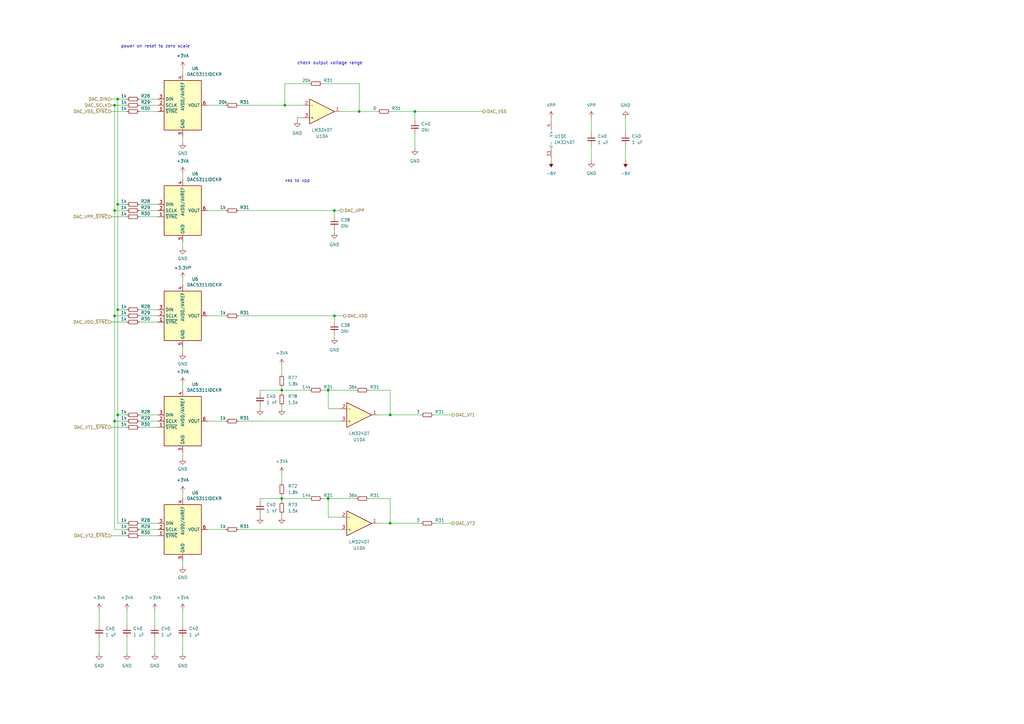
<source format=kicad_sch>
(kicad_sch (version 20230819) (generator eeschema)
  (paper "A3")
  (lib_symbols
    (symbol "Amplifier_Operational:LM324" (pin_names (offset 0.127))
      (property "Reference" "U" (at 0 5.08 0))
      (property "Value" "LM324" (at 0 -5.08 0))
      (symbol "LM324_1_1"
        (polyline (pts (xy -5.08 5.08) (xy 5.08 0) (xy -5.08 -5.08) (xy -5.08 5.08)) (stroke (width 0.254)) (fill (type background)))
        (pin output line (at 7.62 0 180) (length 2.54) (name "~") (number "1"))
        (pin input line (at -7.62 -2.54 0) (length 2.54) (name "-") (number "2"))
        (pin input line (at -7.62 2.54 0) (length 2.54) (name "+") (number "3"))
      )
      (symbol "LM324_2_1"
        (polyline (pts (xy -5.08 5.08) (xy 5.08 0) (xy -5.08 -5.08) (xy -5.08 5.08)) (stroke (width 0.254)) (fill (type background)))
        (pin input line (at -7.62 2.54 0) (length 2.54) (name "+") (number "5"))
        (pin input line (at -7.62 -2.54 0) (length 2.54) (name "-") (number "6"))
        (pin output line (at 7.62 0 180) (length 2.54) (name "~") (number "7"))
      )
      (symbol "LM324_3_1"
        (polyline (pts (xy -5.08 5.08) (xy 5.08 0) (xy -5.08 -5.08) (xy -5.08 5.08)) (stroke (width 0.254)) (fill (type background)))
        (pin input line (at -7.62 2.54 0) (length 2.54) (name "+") (number "10"))
        (pin output line (at 7.62 0 180) (length 2.54) (name "~") (number "8"))
        (pin input line (at -7.62 -2.54 0) (length 2.54) (name "-") (number "9"))
      )
      (symbol "LM324_4_1"
        (polyline (pts (xy -5.08 5.08) (xy 5.08 0) (xy -5.08 -5.08) (xy -5.08 5.08)) (stroke (width 0.254)) (fill (type background)))
        (pin input line (at -7.62 2.54 0) (length 2.54) (name "+") (number "12"))
        (pin input line (at -7.62 -2.54 0) (length 2.54) (name "-") (number "13"))
        (pin output line (at 7.62 0 180) (length 2.54) (name "~") (number "14"))
      )
      (symbol "LM324_5_1"
        (pin power_in line (at -2.54 -7.62 90) (length 3.81) (name "V-") (number "11"))
        (pin power_in line (at -2.54 7.62 270) (length 3.81) (name "V+") (number "4"))
      )
    )
    (symbol "Analog_DAC:DAC5311xDCK"
      (property "Reference" "U" (at -7.62 11.43 0))
      (property "Value" "DAC5311xDCK" (at 7.62 -11.43 0))
      (symbol "DAC5311xDCK_0_1"
        (rectangle (start -7.62 10.16) (end 7.62 -10.16) (stroke (width 0.254)) (fill (type background)))
      )
      (symbol "DAC5311xDCK_1_1"
        (pin input line (at -10.16 -2.54 0) (length 2.54) (name "~{SYNC}") (number "1"))
        (pin input line (at -10.16 0 0) (length 2.54) (name "SCLK") (number "2"))
        (pin input line (at -10.16 2.54 0) (length 2.54) (name "DIN") (number "3"))
        (pin power_in line (at 0 12.7 270) (length 2.54) (name "AVDD/AVREF") (number "4"))
        (pin power_in line (at 0 -12.7 90) (length 2.54) (name "GND") (number "5"))
        (pin output line (at 10.16 0 180) (length 2.54) (name "VOUT") (number "6"))
      )
    )
    (symbol "Device:C_Small" (pin_numbers hide) (pin_names (offset 0.254) hide)
      (property "Reference" "C" (at 0.254 1.778 0))
      (property "Value" "C_Small" (at 0.254 -2.032 0))
      (symbol "C_Small_0_1"
        (polyline (pts (xy -1.524 -0.508) (xy 1.524 -0.508)) (stroke (width 0.3302)))
        (polyline (pts (xy -1.524 0.508) (xy 1.524 0.508)) (stroke (width 0.3048)))
      )
      (symbol "C_Small_1_1"
        (pin passive line (at 0 2.54 270) (length 2.032) (name "~") (number "1"))
        (pin passive line (at 0 -2.54 90) (length 2.032) (name "~") (number "2"))
      )
    )
    (symbol "Device:R_Small" (pin_numbers hide) (pin_names (offset 0.254) hide)
      (property "Reference" "R" (at 0.762 0.508 0))
      (property "Value" "R_Small" (at 0.762 -1.016 0))
      (symbol "R_Small_0_1"
        (rectangle (start -0.762 1.778) (end 0.762 -1.778) (stroke (width 0.2032)))
      )
      (symbol "R_Small_1_1"
        (pin passive line (at 0 2.54 270) (length 0.762) (name "~") (number "1"))
        (pin passive line (at 0 -2.54 90) (length 0.762) (name "~") (number "2"))
      )
    )
    (symbol "power:+3.3VP" (power) (pin_names (offset 0))
      (property "Value" "+3.3VP" (at 0 2.54 0))
      (symbol "+3.3VP_0_0"
        (pin power_in line (at 0 0 90) (length 0) hide (name "+3.3VP") (number "1"))
      )
      (symbol "+3.3VP_0_1"
        (polyline (pts (xy -0.762 1.27) (xy 0 2.54)))
        (polyline (pts (xy 0 0) (xy 0 2.54)))
        (polyline (pts (xy 0 2.54) (xy 0.762 1.27)))
      )
    )
    (symbol "power:-6V" (power) (pin_names (offset 0))
      (property "Value" "-6V" (at 0 3.81 0))
      (symbol "-6V_0_0"
        (pin power_in line (at 0 0 90) (length 0) hide (name "-6V") (number "1"))
      )
      (symbol "-6V_0_1"
        (polyline (pts (xy 0 0) (xy 0 1.27) (xy 0.762 1.27) (xy 0 2.54) (xy -0.762 1.27) (xy 0 1.27)) (fill (type outline)))
      )
    )
    (symbol "power:GND" (power) (pin_names (offset 0))
      (property "Value" "GND" (at 0 -3.81 0))
      (symbol "GND_0_1"
        (polyline (pts (xy 0 0) (xy 0 -1.27) (xy 1.27 -1.27) (xy 0 -2.54) (xy -1.27 -1.27) (xy 0 -1.27)))
      )
      (symbol "GND_1_1"
        (pin power_in line (at 0 0 270) (length 0) hide (name "GND") (number "1"))
      )
    )
    (symbol "power:VPP" (power) (pin_names (offset 0))
      (property "Value" "VPP" (at 0 3.81 0))
      (symbol "VPP_0_1"
        (polyline (pts (xy -0.762 1.27) (xy 0 2.54)))
        (polyline (pts (xy 0 0) (xy 0 2.54)))
        (polyline (pts (xy 0 2.54) (xy 0.762 1.27)))
      )
      (symbol "VPP_1_1"
        (pin power_in line (at 0 0 90) (length 0) hide (name "VPP") (number "1"))
      )
    )
  )
  (junction (at 115.57 204.47))
  (junction (at 46.99 86.36))
  (junction (at 134.62 160.02))
  (junction (at 134.62 204.47))
  (junction (at 46.99 129.54))
  (junction (at 46.99 43.18))
  (junction (at 147.32 45.72))
  (junction (at 48.26 127))
  (junction (at 115.57 160.02))
  (junction (at 48.26 40.64))
  (junction (at 46.99 172.72))
  (junction (at 137.16 86.36))
  (junction (at 116.84 43.18))
  (junction (at 48.26 170.18))
  (junction (at 48.26 83.82))
  (junction (at 170.18 45.72))
  (junction (at 160.02 170.18))
  (junction (at 137.16 129.54))
  (junction (at 160.02 214.63))
  (wire (pts (xy 64.77 175.26) (xy 57.15 175.26)))
  (wire (pts (xy 64.77 127) (xy 57.15 127)))
  (wire (pts (xy 134.62 160.02) (xy 146.05 160.02)))
  (wire (pts (xy 177.8 170.18) (xy 185.42 170.18)))
  (wire (pts (xy 127 34.29) (xy 116.84 34.29)))
  (wire (pts (xy 46.99 43.18) (xy 46.99 86.36)))
  (wire (pts (xy 74.93 250.19) (xy 74.93 256.54)))
  (wire (pts (xy 106.68 161.29) (xy 106.68 160.02)))
  (wire (pts (xy 52.07 86.36) (xy 46.99 86.36)))
  (wire (pts (xy 64.77 86.36) (xy 57.15 86.36)))
  (wire (pts (xy 48.26 40.64) (xy 45.72 40.64)))
  (wire (pts (xy 74.93 229.87) (xy 74.93 232.41)))
  (wire (pts (xy 134.62 167.64) (xy 134.62 160.02)))
  (wire (pts (xy 242.57 48.26) (xy 242.57 54.61)))
  (wire (pts (xy 256.54 59.69) (xy 256.54 66.04)))
  (wire (pts (xy 46.99 172.72) (xy 46.99 217.17)))
  (wire (pts (xy 226.06 64.77) (xy 226.06 66.04)))
  (wire (pts (xy 139.7 167.64) (xy 134.62 167.64)))
  (wire (pts (xy 115.57 158.75) (xy 115.57 160.02)))
  (wire (pts (xy 52.07 43.18) (xy 46.99 43.18)))
  (wire (pts (xy 48.26 83.82) (xy 48.26 127)))
  (wire (pts (xy 52.07 217.17) (xy 46.99 217.17)))
  (wire (pts (xy 74.93 114.3) (xy 74.93 116.84)))
  (wire (pts (xy 74.93 185.42) (xy 74.93 187.96)))
  (wire (pts (xy 92.71 129.54) (xy 85.09 129.54)))
  (wire (pts (xy 40.64 250.19) (xy 40.64 256.54)))
  (wire (pts (xy 115.57 160.02) (xy 127 160.02)))
  (wire (pts (xy 64.77 45.72) (xy 57.15 45.72)))
  (wire (pts (xy 137.16 93.98) (xy 137.16 95.25)))
  (wire (pts (xy 48.26 40.64) (xy 48.26 83.82)))
  (wire (pts (xy 63.5 250.19) (xy 63.5 256.54)))
  (wire (pts (xy 46.99 86.36) (xy 46.99 129.54)))
  (wire (pts (xy 74.93 261.62) (xy 74.93 267.97)))
  (wire (pts (xy 52.07 88.9) (xy 45.72 88.9)))
  (wire (pts (xy 64.77 40.64) (xy 57.15 40.64)))
  (wire (pts (xy 52.07 175.26) (xy 45.72 175.26)))
  (wire (pts (xy 52.07 127) (xy 48.26 127)))
  (wire (pts (xy 74.93 27.94) (xy 74.93 30.48)))
  (wire (pts (xy 74.93 71.12) (xy 74.93 73.66)))
  (wire (pts (xy 115.57 149.86) (xy 115.57 153.67)))
  (wire (pts (xy 160.02 214.63) (xy 154.94 214.63)))
  (wire (pts (xy 48.26 170.18) (xy 48.26 214.63)))
  (wire (pts (xy 64.77 88.9) (xy 57.15 88.9)))
  (wire (pts (xy 170.18 45.72) (xy 170.18 49.53)))
  (wire (pts (xy 74.93 157.48) (xy 74.93 160.02)))
  (wire (pts (xy 121.92 48.26) (xy 121.92 49.53)))
  (wire (pts (xy 64.77 214.63) (xy 57.15 214.63)))
  (wire (pts (xy 92.71 43.18) (xy 85.09 43.18)))
  (wire (pts (xy 97.79 43.18) (xy 116.84 43.18)))
  (wire (pts (xy 132.08 160.02) (xy 134.62 160.02)))
  (wire (pts (xy 160.02 45.72) (xy 170.18 45.72)))
  (wire (pts (xy 40.64 261.62) (xy 40.64 267.97)))
  (wire (pts (xy 137.16 137.16) (xy 137.16 138.43)))
  (wire (pts (xy 64.77 43.18) (xy 57.15 43.18)))
  (wire (pts (xy 147.32 45.72) (xy 154.94 45.72)))
  (wire (pts (xy 106.68 166.37) (xy 106.68 167.64)))
  (wire (pts (xy 52.07 83.82) (xy 48.26 83.82)))
  (wire (pts (xy 92.71 217.17) (xy 85.09 217.17)))
  (wire (pts (xy 160.02 204.47) (xy 160.02 214.63)))
  (wire (pts (xy 106.68 204.47) (xy 115.57 204.47)))
  (wire (pts (xy 63.5 261.62) (xy 63.5 267.97)))
  (wire (pts (xy 52.07 170.18) (xy 48.26 170.18)))
  (wire (pts (xy 52.07 132.08) (xy 45.72 132.08)))
  (wire (pts (xy 124.46 48.26) (xy 121.92 48.26)))
  (wire (pts (xy 170.18 45.72) (xy 198.12 45.72)))
  (wire (pts (xy 137.16 86.36) (xy 139.7 86.36)))
  (wire (pts (xy 147.32 45.72) (xy 139.7 45.72)))
  (wire (pts (xy 52.07 45.72) (xy 45.72 45.72)))
  (wire (pts (xy 115.57 204.47) (xy 127 204.47)))
  (wire (pts (xy 137.16 129.54) (xy 137.16 132.08)))
  (wire (pts (xy 132.08 34.29) (xy 147.32 34.29)))
  (wire (pts (xy 137.16 86.36) (xy 137.16 88.9)))
  (wire (pts (xy 64.77 172.72) (xy 57.15 172.72)))
  (wire (pts (xy 52.07 250.19) (xy 52.07 256.54)))
  (wire (pts (xy 64.77 83.82) (xy 57.15 83.82)))
  (wire (pts (xy 92.71 172.72) (xy 85.09 172.72)))
  (wire (pts (xy 242.57 59.69) (xy 242.57 66.04)))
  (wire (pts (xy 160.02 214.63) (xy 172.72 214.63)))
  (wire (pts (xy 115.57 204.47) (xy 115.57 205.74)))
  (wire (pts (xy 115.57 160.02) (xy 115.57 161.29)))
  (wire (pts (xy 74.93 142.24) (xy 74.93 144.78)))
  (wire (pts (xy 116.84 43.18) (xy 124.46 43.18)))
  (wire (pts (xy 115.57 166.37) (xy 115.57 167.64)))
  (wire (pts (xy 46.99 129.54) (xy 46.99 172.72)))
  (wire (pts (xy 74.93 201.93) (xy 74.93 204.47)))
  (wire (pts (xy 48.26 127) (xy 48.26 170.18)))
  (wire (pts (xy 97.79 129.54) (xy 137.16 129.54)))
  (wire (pts (xy 106.68 205.74) (xy 106.68 204.47)))
  (wire (pts (xy 97.79 172.72) (xy 139.7 172.72)))
  (wire (pts (xy 52.07 40.64) (xy 48.26 40.64)))
  (wire (pts (xy 106.68 210.82) (xy 106.68 212.09)))
  (wire (pts (xy 97.79 217.17) (xy 139.7 217.17)))
  (wire (pts (xy 64.77 132.08) (xy 57.15 132.08)))
  (wire (pts (xy 134.62 212.09) (xy 134.62 204.47)))
  (wire (pts (xy 256.54 48.26) (xy 256.54 54.61)))
  (wire (pts (xy 137.16 129.54) (xy 140.97 129.54)))
  (wire (pts (xy 52.07 261.62) (xy 52.07 267.97)))
  (wire (pts (xy 74.93 55.88) (xy 74.93 58.42)))
  (wire (pts (xy 147.32 34.29) (xy 147.32 45.72)))
  (wire (pts (xy 52.07 214.63) (xy 48.26 214.63)))
  (wire (pts (xy 116.84 34.29) (xy 116.84 43.18)))
  (wire (pts (xy 132.08 204.47) (xy 134.62 204.47)))
  (wire (pts (xy 170.18 54.61) (xy 170.18 60.96)))
  (wire (pts (xy 74.93 99.06) (xy 74.93 101.6)))
  (wire (pts (xy 64.77 219.71) (xy 57.15 219.71)))
  (wire (pts (xy 160.02 160.02) (xy 160.02 170.18)))
  (wire (pts (xy 160.02 170.18) (xy 154.94 170.18)))
  (wire (pts (xy 134.62 204.47) (xy 146.05 204.47)))
  (wire (pts (xy 92.71 86.36) (xy 85.09 86.36)))
  (wire (pts (xy 151.13 160.02) (xy 160.02 160.02)))
  (wire (pts (xy 106.68 160.02) (xy 115.57 160.02)))
  (wire (pts (xy 139.7 212.09) (xy 134.62 212.09)))
  (wire (pts (xy 52.07 219.71) (xy 45.72 219.71)))
  (wire (pts (xy 151.13 204.47) (xy 160.02 204.47)))
  (wire (pts (xy 160.02 170.18) (xy 172.72 170.18)))
  (wire (pts (xy 115.57 203.2) (xy 115.57 204.47)))
  (wire (pts (xy 52.07 129.54) (xy 46.99 129.54)))
  (wire (pts (xy 46.99 172.72) (xy 52.07 172.72)))
  (wire (pts (xy 46.99 43.18) (xy 45.72 43.18)))
  (wire (pts (xy 64.77 129.54) (xy 57.15 129.54)))
  (wire (pts (xy 64.77 217.17) (xy 57.15 217.17)))
  (wire (pts (xy 115.57 194.31) (xy 115.57 198.12)))
  (wire (pts (xy 64.77 170.18) (xy 57.15 170.18)))
  (wire (pts (xy 177.8 214.63) (xy 185.42 214.63)))
  (wire (pts (xy 115.57 210.82) (xy 115.57 212.09)))
  (wire (pts (xy 97.79 86.36) (xy 137.16 86.36)))
  (wire (pts (xy 226.06 48.26) (xy 226.06 49.53)))
  (text "check output voltage range" (at 121.92 26.67 0) (effects (font (size 1.27 1.27)) (justify left bottom)))
  (text "vss to vpp" (at 116.84 74.93 0) (effects (font (size 1.27 1.27)) (justify left bottom)))
  (text "power on reset to zero scale" (at 63.754 19.05 0) (effects (font (size 1.27 1.27))))
  (hierarchical_label "DAC_SCLK" (shape input) (at 45.72 43.18 180))
  (hierarchical_label "DAC_VPP_~{SYNC}" (shape input) (at 45.72 88.9 180))
  (hierarchical_label "DAC_VDD_~{SYNC}" (shape input) (at 45.72 132.08 180))
  (hierarchical_label "DAC_VT1" (shape output) (at 185.42 170.18 0))
  (hierarchical_label "DAC_VDD" (shape output) (at 140.97 129.54 0))
  (hierarchical_label "DAC_DIN" (shape input) (at 45.72 40.64 180))
  (hierarchical_label "DAC_VPP" (shape output) (at 139.7 86.36 0))
  (hierarchical_label "DAC_VSS_~{SYNC}" (shape input) (at 45.72 45.72 180))
  (hierarchical_label "DAC_VSS" (shape output) (at 198.12 45.72 0))
  (hierarchical_label "DAC_VT1_~{SYNC}" (shape input) (at 45.72 175.26 180))
  (hierarchical_label "DAC_VT2" (shape output) (at 185.42 214.63 0))
  (hierarchical_label "DAC_VT2_~{SYNC}" (shape input) (at 45.72 219.71 180))
  (symbol (lib_id "Device:R_Small") (at 157.48 45.72 90) (mirror x) (unit 1)
    (property "Reference" "R31" (at 162.56 44.45 90))
    (property "Value" "0" (at 153.67 44.45 90))
    (instances (project "bias_controller" (path "" (reference "R31") (unit 1)) (path "" (reference "R71") (unit 1))))
  )
  (symbol (lib_id "Device:C_Small") (at 106.68 208.28 0) (unit 1)
    (property "Reference" "C40" (at 109.22 207.0162 0) (effects (justify left)))
    (property "Value" "1 nF" (at 109.22 209.5562 0) (effects (justify left)))
    (property "Description" "Unpolarized capacitor, small symbol" (effects hide))
    (instances (project "bias_controller" (path "" (reference "C40") (unit 1)) (path "" (reference "C52") (unit 1))))
  )
  (symbol (lib_id "Device:R_Small") (at 54.61 45.72 90) (mirror x) (unit 1)
    (property "Reference" "R30" (at 59.69 44.45 90))
    (property "Value" "1k" (at 50.8 44.45 90))
  )
  (symbol (lib_id "power:GND") (at 106.68 212.09 0) (unit 1)
    (property "Reference" "#PWR0129" (effects hide))
    (property "Value" "GND" (effects hide))
    (property "Description" "Power symbol creates a global label with name \"GND\" , ground" (effects hide))
  )
  (symbol (lib_id "power:GND") (at 74.93 144.78 0) (unit 1)
    (property "Reference" "#PWR050" (effects hide))
    (property "Value" "GND" (at 74.93 149.225 0))
    (instances (project "bias_controller" (path "" (reference "#PWR050") (unit 1)) (path "" (reference "#PWR057") (unit 1))))
  )
  (symbol (lib_id "Device:R_Small") (at 148.59 160.02 90) (mirror x) (unit 1)
    (property "Reference" "R31" (at 153.67 158.75 90))
    (property "Value" "36k" (at 144.78 158.75 90))
    (instances (project "bias_controller" (path "" (reference "R31") (unit 1)) (path "" (reference "R80") (unit 1))))
  )
  (symbol (lib_id "Device:C_Small") (at 256.54 57.15 0) (unit 1)
    (property "Reference" "C40" (at 259.08 55.8862 0) (effects (justify left)))
    (property "Value" "1 uF" (at 259.08 58.4262 0) (effects (justify left)))
    (property "Description" "Unpolarized capacitor, small symbol" (effects hide))
    (instances (project "bias_controller" (path "" (reference "C40") (unit 1)) (path "" (reference "C50") (unit 1))))
  )
  (symbol (lib_id "power:-6V") (at 226.06 66.04 180) (unit 1)
    (property "Reference" "#PWR055" (effects hide))
    (property "Value" "-6V" (at 226.06 71.12 0))
    (instances (project "bias_controller" (path "" (reference "#PWR055") (unit 1)) (path "" (reference "#PWR062") (unit 1))))
  )
  (symbol (lib_id "Device:R_Small") (at 54.61 219.71 90) (mirror x) (unit 1)
    (property "Reference" "R30" (at 59.69 218.44 90))
    (property "Value" "1k" (at 50.8 218.44 90))
    (instances (project "bias_controller" (path "" (reference "R30") (unit 1)) (path "" (reference "R45") (unit 1))))
  )
  (symbol (lib_id "Device:R_Small") (at 175.26 214.63 90) (mirror x) (unit 1)
    (property "Reference" "R31" (at 180.34 213.36 90))
    (property "Value" "3" (at 171.45 213.36 90))
    (instances (project "bias_controller" (path "" (reference "R31") (unit 1)) (path "" (reference "R76") (unit 1))))
  )
  (symbol (lib_id "power:GND") (at 115.57 167.64 0) (unit 1)
    (property "Reference" "#PWR0132" (effects hide))
    (property "Value" "GND" (effects hide))
    (property "Description" "Power symbol creates a global label with name \"GND\" , ground" (effects hide))
  )
  (symbol (lib_id "Device:R_Small") (at 54.61 40.64 90) (mirror x) (unit 1)
    (property "Reference" "R28" (at 59.69 39.37 90))
    (property "Value" "1k" (at 50.8 39.37 90))
  )
  (symbol (lib_id "power:GND") (at 242.57 66.04 0) (unit 1)
    (property "Reference" "#PWR098" (effects hide))
    (property "Value" "GND" (at 242.57 71.12 0))
    (property "Description" "Power symbol creates a global label with name \"GND\" , ground" (effects hide))
    (instances (project "bias_controller" (path "" (reference "#PWR098") (unit 1)) (path "" (reference "#PWR0123") (unit 1))))
  )
  (symbol (lib_id "Device:R_Small") (at 95.25 217.17 90) (mirror x) (unit 1)
    (property "Reference" "R31" (at 100.33 215.9 90))
    (property "Value" "1k" (at 91.44 215.9 90))
    (instances (project "bias_controller" (path "" (reference "R31") (unit 1)) (path "" (reference "R46") (unit 1))))
  )
  (symbol (lib_id "power:+3.3VP") (at 115.57 194.31 0) (unit 1)
    (property "Reference" "#PWR016" (effects hide))
    (property "Value" "+3VA" (at 115.57 189.23 0))
    (instances (project "bias_controller" (path "" (reference "#PWR016") (unit 1)) (path "" (reference "#PWR094") (unit 1)) (path "" (reference "#PWR0127") (unit 1))))
  )
  (symbol (lib_id "Device:R_Small") (at 95.25 172.72 90) (mirror x) (unit 1)
    (property "Reference" "R31" (at 100.33 171.45 90))
    (property "Value" "1k" (at 91.44 171.45 90))
    (instances (project "bias_controller" (path "" (reference "R31") (unit 1)) (path "" (reference "R42") (unit 1))))
  )
  (symbol (lib_id "power:GND") (at 115.57 212.09 0) (unit 1)
    (property "Reference" "#PWR0128" (effects hide))
    (property "Value" "GND" (effects hide))
    (property "Description" "Power symbol creates a global label with name \"GND\" , ground" (effects hide))
  )
  (symbol (lib_id "Device:R_Small") (at 54.61 170.18 90) (mirror x) (unit 1)
    (property "Reference" "R28" (at 59.69 168.91 90))
    (property "Value" "1k" (at 50.8 168.91 90))
    (instances (project "bias_controller" (path "" (reference "R28") (unit 1)) (path "" (reference "R39") (unit 1))))
  )
  (symbol (lib_id "Analog_DAC:DAC5311xDCK") (at 74.93 43.18 0) (unit 1)
    (property "Reference" "U6" (at 80.01 28.1021 0))
    (property "Value" "DAC5311IDCKR" (at 83.82 30.48 0))
    (property "Footprint" "Package_TO_SOT_SMD:SOT-363_SC-70-6" (effects hide))
    (property "Datasheet" "https://www.ti.com/lit/ds/symlink/dac5311.pdf" (effects hide))
    (instances (project "bias_controller" (path "" (reference "U6") (unit 1)) (path "" (reference "U4") (unit 1))))
  )
  (symbol (lib_id "Device:R_Small") (at 54.61 217.17 90) (mirror x) (unit 1)
    (property "Reference" "R29" (at 59.69 215.9 90))
    (property "Value" "1k" (at 50.8 215.9 90))
    (instances (project "bias_controller" (path "" (reference "R29") (unit 1)) (path "" (reference "R44") (unit 1))))
  )
  (symbol (lib_id "Device:R_Small") (at 129.54 160.02 90) (mirror x) (unit 1)
    (property "Reference" "R31" (at 134.62 158.75 90))
    (property "Value" "14k" (at 125.73 158.75 90))
    (instances (project "bias_controller" (path "" (reference "R31") (unit 1)) (path "" (reference "R79") (unit 1))))
  )
  (symbol (lib_id "Device:R_Small") (at 95.25 86.36 90) (mirror x) (unit 1)
    (property "Reference" "R31" (at 100.33 85.09 90))
    (property "Value" "1k" (at 91.44 85.09 90))
    (instances (project "bias_controller" (path "" (reference "R31") (unit 1)) (path "" (reference "R34") (unit 1))))
  )
  (symbol (lib_id "Device:C_Small") (at 137.16 91.44 0) (unit 1)
    (property "Reference" "C38" (at 139.7 90.1762 0) (effects (justify left)))
    (property "Value" "DNI" (at 139.7 92.7162 0) (effects (justify left)))
    (property "Description" "Unpolarized capacitor, small symbol" (effects hide))
    (instances (project "bias_controller" (path "" (reference "C38") (unit 1)) (path "" (reference "C64") (unit 1))))
  )
  (symbol (lib_id "Device:C_Small") (at 137.16 134.62 0) (unit 1)
    (property "Reference" "C38" (at 139.7 133.3562 0) (effects (justify left)))
    (property "Value" "DNI" (at 139.7 135.8962 0) (effects (justify left)))
    (property "Description" "Unpolarized capacitor, small symbol" (effects hide))
    (instances (project "bias_controller" (path "" (reference "C38") (unit 1)) (path "" (reference "C63") (unit 1))))
  )
  (symbol (lib_id "Amplifier_Operational:LM324") (at 147.32 170.18 0) (mirror x) (unit 1)
    (property "Reference" "U10" (at 147.32 180.34 0))
    (property "Value" "LM324DT" (at 147.32 177.8 0))
    (property "Footprint" "Package_SO:SO-14_3.9x8.65mm_P1.27mm" (effects hide))
    (property "Datasheet" "http://www.ti.com/lit/ds/symlink/lm2902-n.pdf" (effects hide))
    (instances (project "bias_controller" (path "" (reference "U10") (unit 1)) (path "" (reference "U20") (unit 1))))
  )
  (symbol (lib_id "Device:C_Small") (at 170.18 52.07 0) (unit 1)
    (property "Reference" "C40" (at 172.72 50.8062 0) (effects (justify left)))
    (property "Value" "DNI" (at 172.72 53.3462 0) (effects (justify left)))
    (property "Description" "Unpolarized capacitor, small symbol" (effects hide))
    (instances (project "bias_controller" (path "" (reference "C40") (unit 1)) (path "" (reference "C51") (unit 1))))
  )
  (symbol (lib_id "power:GND") (at 74.93 58.42 0) (unit 1)
    (property "Reference" "#PWR050" (effects hide))
    (property "Value" "GND" (at 74.93 62.865 0))
  )
  (symbol (lib_id "power:VPP") (at 242.57 48.26 0) (unit 1)
    (property "Reference" "#PWR023" (effects hide))
    (property "Value" "VPP" (at 242.57 43.18 0))
    (instances (project "bias_controller" (path "" (reference "#PWR023") (unit 1)) (path "" (reference "#PWR0122") (unit 1))))
  )
  (symbol (lib_id "Amplifier_Operational:LM324") (at 132.08 45.72 0) (mirror x) (unit 1)
    (property "Reference" "U10" (at 132.08 55.88 0))
    (property "Value" "LM324DT" (at 132.08 53.34 0))
    (property "Footprint" "Package_SO:SO-14_3.9x8.65mm_P1.27mm" (effects hide))
    (property "Datasheet" "http://www.ti.com/lit/ds/symlink/lm2902-n.pdf" (effects hide))
  )
  (symbol (lib_id "Device:C_Small") (at 74.93 259.08 0) (unit 1)
    (property "Reference" "C40" (at 77.47 257.8162 0) (effects (justify left)))
    (property "Value" "1 uF" (at 77.47 260.3562 0) (effects (justify left)))
    (property "Description" "Unpolarized capacitor, small symbol" (effects hide))
    (instances (project "bias_controller" (path "" (reference "C40") (unit 1)) (path "" (reference "C48") (unit 1))))
  )
  (symbol (lib_id "power:GND") (at 74.93 267.97 0) (unit 1)
    (property "Reference" "#PWR098" (effects hide))
    (property "Value" "GND" (at 74.93 273.05 0))
    (property "Description" "Power symbol creates a global label with name \"GND\" , ground" (effects hide))
    (instances (project "bias_controller" (path "" (reference "#PWR098") (unit 1)) (path "" (reference "#PWR0117") (unit 1))))
  )
  (symbol (lib_id "power:GND") (at 256.54 48.26 180) (unit 1)
    (property "Reference" "#PWR098" (effects hide))
    (property "Value" "GND" (at 256.54 43.18 0))
    (property "Description" "Power symbol creates a global label with name \"GND\" , ground" (effects hide))
    (instances (project "bias_controller" (path "" (reference "#PWR098") (unit 1)) (path "" (reference "#PWR0124") (unit 1))))
  )
  (symbol (lib_id "power:+3.3VP") (at 74.93 114.3 0) (unit 1)
    (property "Reference" "#PWR051" (effects hide))
    (property "Value" "+3.3VP" (at 74.93 109.855 0))
    (instances (project "bias_controller" (path "" (reference "#PWR051") (unit 1)) (path "" (reference "#PWR056") (unit 1))))
  )
  (symbol (lib_id "power:GND") (at 40.64 267.97 0) (unit 1)
    (property "Reference" "#PWR098" (effects hide))
    (property "Value" "GND" (at 40.64 273.05 0))
    (property "Description" "Power symbol creates a global label with name \"GND\" , ground" (effects hide))
    (instances (project "bias_controller" (path "" (reference "#PWR098") (unit 1)) (path "" (reference "#PWR0111") (unit 1))))
  )
  (symbol (lib_id "power:+3.3VP") (at 74.93 201.93 0) (unit 1)
    (property "Reference" "#PWR016" (effects hide))
    (property "Value" "+3VA" (at 74.93 196.85 0))
    (instances (project "bias_controller" (path "" (reference "#PWR016") (unit 1)) (path "" (reference "#PWR094") (unit 1)) (path "" (reference "#PWR058") (unit 1))))
  )
  (symbol (lib_id "power:GND") (at 74.93 187.96 0) (unit 1)
    (property "Reference" "#PWR050" (effects hide))
    (property "Value" "GND" (at 74.93 192.405 0))
    (instances (project "bias_controller" (path "" (reference "#PWR050") (unit 1)) (path "" (reference "#PWR059") (unit 1))))
  )
  (symbol (lib_id "Device:C_Small") (at 106.68 163.83 0) (unit 1)
    (property "Reference" "C40" (at 109.22 162.5662 0) (effects (justify left)))
    (property "Value" "1 nF" (at 109.22 165.1062 0) (effects (justify left)))
    (property "Description" "Unpolarized capacitor, small symbol" (effects hide))
    (instances (project "bias_controller" (path "" (reference "C40") (unit 1)) (path "" (reference "C53") (unit 1))))
  )
  (symbol (lib_id "Device:R_Small") (at 129.54 204.47 90) (mirror x) (unit 1)
    (property "Reference" "R31" (at 134.62 203.2 90))
    (property "Value" "14k" (at 125.73 203.2 90))
    (instances (project "bias_controller" (path "" (reference "R31") (unit 1)) (path "" (reference "R75") (unit 1))))
  )
  (symbol (lib_id "Device:R_Small") (at 115.57 163.83 0) (unit 1)
    (property "Reference" "R78" (at 118.11 162.5599 0) (effects (justify left)))
    (property "Value" "1.5k" (at 118.11 165.0999 0) (effects (justify left)))
    (property "Description" "Resistor, small symbol" (effects hide))
  )
  (symbol (lib_id "Device:R_Small") (at 148.59 204.47 90) (mirror x) (unit 1)
    (property "Reference" "R31" (at 153.67 203.2 90))
    (property "Value" "36k" (at 144.78 203.2 90))
    (instances (project "bias_controller" (path "" (reference "R31") (unit 1)) (path "" (reference "R74") (unit 1))))
  )
  (symbol (lib_id "Analog_DAC:DAC5311xDCK") (at 74.93 129.54 0) (unit 1)
    (property "Reference" "U6" (at 80.01 114.4621 0))
    (property "Value" "DAC5311IDCKR" (at 83.82 116.84 0))
    (property "Footprint" "Package_TO_SOT_SMD:SOT-363_SC-70-6" (effects hide))
    (property "Datasheet" "https://www.ti.com/lit/ds/symlink/dac5311.pdf" (effects hide))
  )
  (symbol (lib_id "power:+3.3VP") (at 115.57 149.86 0) (unit 1)
    (property "Reference" "#PWR016" (effects hide))
    (property "Value" "+3VA" (at 115.57 144.78 0))
    (instances (project "bias_controller" (path "" (reference "#PWR016") (unit 1)) (path "" (reference "#PWR094") (unit 1)) (path "" (reference "#PWR0131") (unit 1))))
  )
  (symbol (lib_id "Device:R_Small") (at 115.57 200.66 0) (unit 1)
    (property "Reference" "R72" (at 118.11 199.3899 0) (effects (justify left)))
    (property "Value" "1.8k" (at 118.11 201.9299 0) (effects (justify left)))
    (property "Description" "Resistor, small symbol" (effects hide))
  )
  (symbol (lib_id "power:GND") (at 74.93 101.6 0) (unit 1)
    (property "Reference" "#PWR050" (effects hide))
    (property "Value" "GND" (at 74.93 106.045 0))
    (instances (project "bias_controller" (path "" (reference "#PWR050") (unit 1)) (path "" (reference "#PWR054") (unit 1))))
  )
  (symbol (lib_id "power:+3.3VP") (at 63.5 250.19 0) (unit 1)
    (property "Reference" "#PWR016" (effects hide))
    (property "Value" "+3VA" (at 63.5 245.11 0))
    (instances (project "bias_controller" (path "" (reference "#PWR016") (unit 1)) (path "" (reference "#PWR094") (unit 1)) (path "" (reference "#PWR0114") (unit 1))))
  )
  (symbol (lib_id "power:GND") (at 63.5 267.97 0) (unit 1)
    (property "Reference" "#PWR098" (effects hide))
    (property "Value" "GND" (at 63.5 273.05 0))
    (property "Description" "Power symbol creates a global label with name \"GND\" , ground" (effects hide))
    (instances (project "bias_controller" (path "" (reference "#PWR098") (unit 1)) (path "" (reference "#PWR0115") (unit 1))))
  )
  (symbol (lib_id "Device:R_Small") (at 54.61 88.9 90) (mirror x) (unit 1)
    (property "Reference" "R30" (at 59.69 87.63 90))
    (property "Value" "1k" (at 50.8 87.63 90))
    (instances (project "bias_controller" (path "" (reference "R30") (unit 1)) (path "" (reference "R33") (unit 1))))
  )
  (symbol (lib_id "power:GND") (at 121.92 49.53 0) (unit 1)
    (property "Reference" "#PWR0121" (effects hide))
    (property "Value" "GND" (at 121.92 54.61 0))
    (property "Description" "Power symbol creates a global label with name \"GND\" , ground" (effects hide))
  )
  (symbol (lib_id "Amplifier_Operational:LM324") (at 147.32 214.63 0) (mirror x) (unit 1)
    (property "Reference" "U10" (at 147.32 224.79 0))
    (property "Value" "LM324DT" (at 147.32 222.25 0))
    (property "Footprint" "Package_SO:SO-14_3.9x8.65mm_P1.27mm" (effects hide))
    (property "Datasheet" "http://www.ti.com/lit/ds/symlink/lm2902-n.pdf" (effects hide))
    (instances (project "bias_controller" (path "" (reference "U10") (unit 1)) (path "" (reference "U19") (unit 1))))
  )
  (symbol (lib_id "power:VPP") (at 226.06 48.26 0) (unit 1)
    (property "Reference" "#PWR023" (effects hide))
    (property "Value" "VPP" (at 226.06 43.18 0))
    (instances (project "bias_controller" (path "" (reference "#PWR023") (unit 1)) (path "" (reference "#PWR063") (unit 1))))
  )
  (symbol (lib_id "power:+3.3VP") (at 52.07 250.19 0) (unit 1)
    (property "Reference" "#PWR016" (effects hide))
    (property "Value" "+3VA" (at 52.07 245.11 0))
    (instances (project "bias_controller" (path "" (reference "#PWR016") (unit 1)) (path "" (reference "#PWR094") (unit 1)) (path "" (reference "#PWR0112") (unit 1))))
  )
  (symbol (lib_id "Device:C_Small") (at 40.64 259.08 0) (unit 1)
    (property "Reference" "C40" (at 43.18 257.8162 0) (effects (justify left)))
    (property "Value" "1 uF" (at 43.18 260.3562 0) (effects (justify left)))
    (property "Description" "Unpolarized capacitor, small symbol" (effects hide))
    (instances (project "bias_controller" (path "" (reference "C40") (unit 1)) (path "" (reference "C45") (unit 1))))
  )
  (symbol (lib_id "Device:R_Small") (at 129.54 34.29 90) (mirror x) (unit 1)
    (property "Reference" "R31" (at 134.62 33.02 90))
    (property "Value" "20k" (at 125.73 33.02 90))
    (instances (project "bias_controller" (path "" (reference "R31") (unit 1)) (path "" (reference "R70") (unit 1))))
  )
  (symbol (lib_id "power:+3.3VP") (at 74.93 71.12 0) (unit 1)
    (property "Reference" "#PWR016" (effects hide))
    (property "Value" "+3VA" (at 74.93 66.04 0))
    (instances (project "bias_controller" (path "" (reference "#PWR016") (unit 1)) (path "" (reference "#PWR094") (unit 1)) (path "" (reference "#PWR045") (unit 1))))
  )
  (symbol (lib_id "Device:R_Small") (at 54.61 214.63 90) (mirror x) (unit 1)
    (property "Reference" "R28" (at 59.69 213.36 90))
    (property "Value" "1k" (at 50.8 213.36 90))
    (instances (project "bias_controller" (path "" (reference "R28") (unit 1)) (path "" (reference "R43") (unit 1))))
  )
  (symbol (lib_id "Analog_DAC:DAC5311xDCK") (at 74.93 86.36 0) (unit 1)
    (property "Reference" "U6" (at 80.01 71.2821 0))
    (property "Value" "DAC5311IDCKR" (at 83.82 73.66 0))
    (property "Footprint" "Package_TO_SOT_SMD:SOT-363_SC-70-6" (effects hide))
    (property "Datasheet" "https://www.ti.com/lit/ds/symlink/dac5311.pdf" (effects hide))
    (instances (project "bias_controller" (path "" (reference "U6") (unit 1)) (path "" (reference "U5") (unit 1))))
  )
  (symbol (lib_id "Device:R_Small") (at 54.61 86.36 90) (mirror x) (unit 1)
    (property "Reference" "R29" (at 59.69 85.09 90))
    (property "Value" "1k" (at 50.8 85.09 90))
    (instances (project "bias_controller" (path "" (reference "R29") (unit 1)) (path "" (reference "R32") (unit 1))))
  )
  (symbol (lib_id "Device:R_Small") (at 54.61 129.54 90) (mirror x) (unit 1)
    (property "Reference" "R29" (at 59.69 128.27 90))
    (property "Value" "1k" (at 50.8 128.27 90))
    (instances (project "bias_controller" (path "" (reference "R29") (unit 1)) (path "" (reference "R36") (unit 1))))
  )
  (symbol (lib_id "Device:R_Small") (at 115.57 208.28 0) (unit 1)
    (property "Reference" "R73" (at 118.11 207.0099 0) (effects (justify left)))
    (property "Value" "1.5k" (at 118.11 209.5499 0) (effects (justify left)))
    (property "Description" "Resistor, small symbol" (effects hide))
  )
  (symbol (lib_id "Device:R_Small") (at 54.61 172.72 90) (mirror x) (unit 1)
    (property "Reference" "R29" (at 59.69 171.45 90))
    (property "Value" "1k" (at 50.8 171.45 90))
    (instances (project "bias_controller" (path "" (reference "R29") (unit 1)) (path "" (reference "R40") (unit 1))))
  )
  (symbol (lib_id "Device:R_Small") (at 95.25 43.18 90) (mirror x) (unit 1)
    (property "Reference" "R31" (at 100.33 41.91 90))
    (property "Value" "20k" (at 91.44 41.91 90))
    (instances (project "bias_controller" (path "" (reference "R31") (unit 1)) (path "" (reference "R27") (unit 1))))
  )
  (symbol (lib_id "power:+3.3VP") (at 74.93 157.48 0) (unit 1)
    (property "Reference" "#PWR016" (effects hide))
    (property "Value" "+3VA" (at 74.93 152.4 0))
    (instances (project "bias_controller" (path "" (reference "#PWR016") (unit 1)) (path "" (reference "#PWR094") (unit 1)) (path "" (reference "#PWR051") (unit 1))))
  )
  (symbol (lib_id "Device:R_Small") (at 54.61 127 90) (mirror x) (unit 1)
    (property "Reference" "R28" (at 59.69 125.73 90))
    (property "Value" "1k" (at 50.8 125.73 90))
    (instances (project "bias_controller" (path "" (reference "R28") (unit 1)) (path "" (reference "R35") (unit 1))))
  )
  (symbol (lib_id "Device:R_Small") (at 175.26 170.18 90) (mirror x) (unit 1)
    (property "Reference" "R31" (at 180.34 168.91 90))
    (property "Value" "3" (at 171.45 168.91 90))
    (instances (project "bias_controller" (path "" (reference "R31") (unit 1)) (path "" (reference "R81") (unit 1))))
  )
  (symbol (lib_id "power:+3.3VP") (at 74.93 27.94 0) (unit 1)
    (property "Reference" "#PWR016" (effects hide))
    (property "Value" "+3VA" (at 74.93 22.86 0))
    (instances (project "bias_controller" (path "" (reference "#PWR016") (unit 1)) (path "" (reference "#PWR094") (unit 1)) (path "" (reference "#PWR096") (unit 1))))
  )
  (symbol (lib_id "Amplifier_Operational:LM324") (at 228.6 57.15 0) (unit 5)
    (property "Reference" "U10" (at 227.33 55.88 0) (effects (justify left)))
    (property "Value" "LM324DT" (at 227.33 58.42 0) (effects (justify left)))
    (property "Footprint" "Package_SO:SO-14_3.9x8.65mm_P1.27mm" (effects hide))
    (property "Datasheet" "http://www.ti.com/lit/ds/symlink/lm2902-n.pdf" (effects hide))
  )
  (symbol (lib_id "Analog_DAC:DAC5311xDCK") (at 74.93 217.17 0) (unit 1)
    (property "Reference" "U6" (at 80.01 202.0921 0))
    (property "Value" "DAC5311IDCKR" (at 83.82 204.47 0))
    (property "Footprint" "Package_TO_SOT_SMD:SOT-363_SC-70-6" (effects hide))
    (property "Datasheet" "https://www.ti.com/lit/ds/symlink/dac5311.pdf" (effects hide))
    (instances (project "bias_controller" (path "" (reference "U6") (unit 1)) (path "" (reference "U9") (unit 1))))
  )
  (symbol (lib_id "power:GND") (at 74.93 232.41 0) (unit 1)
    (property "Reference" "#PWR050" (effects hide))
    (property "Value" "GND" (at 74.93 236.855 0))
    (instances (project "bias_controller" (path "" (reference "#PWR050") (unit 1)) (path "" (reference "#PWR061") (unit 1))))
  )
  (symbol (lib_id "Device:R_Small") (at 54.61 175.26 90) (mirror x) (unit 1)
    (property "Reference" "R30" (at 59.69 173.99 90))
    (property "Value" "1k" (at 50.8 173.99 90))
    (instances (project "bias_controller" (path "" (reference "R30") (unit 1)) (path "" (reference "R41") (unit 1))))
  )
  (symbol (lib_id "Analog_DAC:DAC5311xDCK") (at 74.93 172.72 0) (unit 1)
    (property "Reference" "U6" (at 80.01 157.6421 0))
    (property "Value" "DAC5311IDCKR" (at 83.82 160.02 0))
    (property "Footprint" "Package_TO_SOT_SMD:SOT-363_SC-70-6" (effects hide))
    (property "Datasheet" "https://www.ti.com/lit/ds/symlink/dac5311.pdf" (effects hide))
    (instances (project "bias_controller" (path "" (reference "U6") (unit 1)) (path "" (reference "U8") (unit 1))))
  )
  (symbol (lib_id "power:+3.3VP") (at 74.93 250.19 0) (unit 1)
    (property "Reference" "#PWR016" (effects hide))
    (property "Value" "+3VA" (at 74.93 245.11 0))
    (instances (project "bias_controller" (path "" (reference "#PWR016") (unit 1)) (path "" (reference "#PWR094") (unit 1)) (path "" (reference "#PWR0116") (unit 1))))
  )
  (symbol (lib_id "Device:R_Small") (at 115.57 156.21 0) (unit 1)
    (property "Reference" "R77" (at 118.11 154.9399 0) (effects (justify left)))
    (property "Value" "1.8k" (at 118.11 157.4799 0) (effects (justify left)))
    (property "Description" "Resistor, small symbol" (effects hide))
  )
  (symbol (lib_id "power:GND") (at 106.68 167.64 0) (unit 1)
    (property "Reference" "#PWR0130" (effects hide))
    (property "Value" "GND" (effects hide))
    (property "Description" "Power symbol creates a global label with name \"GND\" , ground" (effects hide))
  )
  (symbol (lib_id "Device:R_Small") (at 54.61 83.82 90) (mirror x) (unit 1)
    (property "Reference" "R28" (at 59.69 82.55 90))
    (property "Value" "1k" (at 50.8 82.55 90))
    (instances (project "bias_controller" (path "" (reference "R28") (unit 1)) (path "" (reference "R31") (unit 1))))
  )
  (symbol (lib_id "power:+3.3VP") (at 40.64 250.19 0) (unit 1)
    (property "Reference" "#PWR016" (effects hide))
    (property "Value" "+3VA" (at 40.64 245.11 0))
    (instances (project "bias_controller" (path "" (reference "#PWR016") (unit 1)) (path "" (reference "#PWR094") (unit 1)) (path "" (reference "#PWR060") (unit 1))))
  )
  (symbol (lib_id "Device:R_Small") (at 95.25 129.54 90) (mirror x) (unit 1)
    (property "Reference" "R31" (at 100.33 128.27 90))
    (property "Value" "1k" (at 91.44 128.27 90))
    (instances (project "bias_controller" (path "" (reference "R31") (unit 1)) (path "" (reference "R38") (unit 1))))
  )
  (symbol (lib_id "power:GND") (at 137.16 138.43 0) (unit 1)
    (property "Reference" "#PWR093" (effects hide))
    (property "Value" "GND" (at 137.16 143.51 0))
    (property "Description" "Power symbol creates a global label with name \"GND\" , ground" (effects hide))
    (instances (project "bias_controller" (path "" (reference "#PWR093") (unit 1)) (path "" (reference "#PWR0149") (unit 1))))
  )
  (symbol (lib_id "Device:C_Small") (at 242.57 57.15 0) (unit 1)
    (property "Reference" "C40" (at 245.11 55.8862 0) (effects (justify left)))
    (property "Value" "1 uF" (at 245.11 58.4262 0) (effects (justify left)))
    (property "Description" "Unpolarized capacitor, small symbol" (effects hide))
    (instances (project "bias_controller" (path "" (reference "C40") (unit 1)) (path "" (reference "C49") (unit 1))))
  )
  (symbol (lib_id "power:GND") (at 52.07 267.97 0) (unit 1)
    (property "Reference" "#PWR098" (effects hide))
    (property "Value" "GND" (at 52.07 273.05 0))
    (property "Description" "Power symbol creates a global label with name \"GND\" , ground" (effects hide))
    (instances (project "bias_controller" (path "" (reference "#PWR098") (unit 1)) (path "" (reference "#PWR0113") (unit 1))))
  )
  (symbol (lib_id "Device:C_Small") (at 63.5 259.08 0) (unit 1)
    (property "Reference" "C40" (at 66.04 257.8162 0) (effects (justify left)))
    (property "Value" "1 uF" (at 66.04 260.3562 0) (effects (justify left)))
    (property "Description" "Unpolarized capacitor, small symbol" (effects hide))
    (instances (project "bias_controller" (path "" (reference "C40") (unit 1)) (path "" (reference "C47") (unit 1))))
  )
  (symbol (lib_id "Device:C_Small") (at 52.07 259.08 0) (unit 1)
    (property "Reference" "C40" (at 54.61 257.8162 0) (effects (justify left)))
    (property "Value" "1 uF" (at 54.61 260.3562 0) (effects (justify left)))
    (property "Description" "Unpolarized capacitor, small symbol" (effects hide))
    (instances (project "bias_controller" (path "" (reference "C40") (unit 1)) (path "" (reference "C46") (unit 1))))
  )
  (symbol (lib_id "power:-6V") (at 256.54 66.04 180) (unit 1)
    (property "Reference" "#PWR055" (effects hide))
    (property "Value" "-6V" (at 256.54 71.12 0))
    (instances (project "bias_controller" (path "" (reference "#PWR055") (unit 1)) (path "" (reference "#PWR0125") (unit 1))))
  )
  (symbol (lib_id "Device:R_Small") (at 54.61 43.18 90) (mirror x) (unit 1)
    (property "Reference" "R29" (at 59.69 41.91 90))
    (property "Value" "1k" (at 50.8 41.91 90))
  )
  (symbol (lib_id "Device:R_Small") (at 54.61 132.08 90) (mirror x) (unit 1)
    (property "Reference" "R30" (at 59.69 130.81 90))
    (property "Value" "1k" (at 50.8 130.81 90))
    (instances (project "bias_controller" (path "" (reference "R30") (unit 1)) (path "" (reference "R37") (unit 1))))
  )
  (symbol (lib_id "power:GND") (at 137.16 95.25 0) (unit 1)
    (property "Reference" "#PWR093" (effects hide))
    (property "Value" "GND" (at 137.16 100.33 0))
    (property "Description" "Power symbol creates a global label with name \"GND\" , ground" (effects hide))
    (instances (project "bias_controller" (path "" (reference "#PWR093") (unit 1)) (path "" (reference "#PWR0150") (unit 1))))
  )
  (symbol (lib_id "power:GND") (at 170.18 60.96 0) (unit 1)
    (property "Reference" "#PWR098" (effects hide))
    (property "Value" "GND" (at 170.18 66.04 0))
    (property "Description" "Power symbol creates a global label with name \"GND\" , ground" (effects hide))
    (instances (project "bias_controller" (path "" (reference "#PWR098") (unit 1)) (path "" (reference "#PWR0126") (unit 1))))
  )
)
</source>
